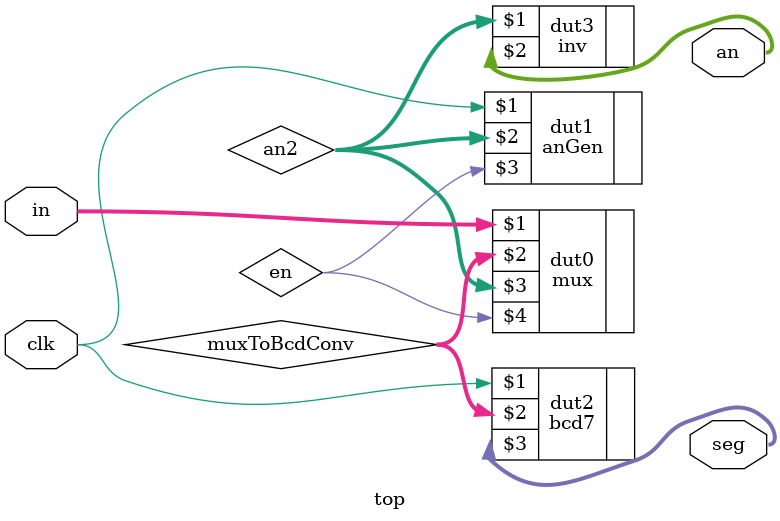
<source format=v>
`timescale 1ns / 1ps


module top( in, clk, an, seg );

input [15:0] in;

input clk;

output [3:0] an;

output [6:0] seg;

wire en;

wire [1:0] an2;

wire [1:0] anToMux, anToInv;

wire [3:0] muxToBcdConv;

mux dut0 (in, muxToBcdConv, an2, en ); 

anGen dut1( clk, an2, en );

bcd7 dut2( clk,muxToBcdConv, seg );

inv dut3( an2, an );


endmodule

</source>
